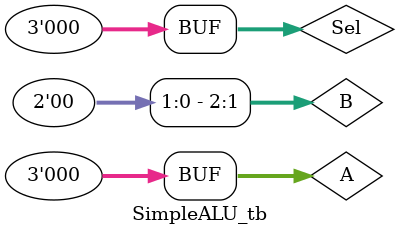
<source format=sv>
/*
Steven Tieu
TCES 380 Midterm Bonus.
Simple 3-bit ALU unit using hierarchical design.
Based on figure 7 in mideterm.

Overflow and underflow allowed to occur.
 */

module SimpleALU(Sel, A, B, Q);
	input [2:0] Sel, A, B; //Select and the inputs
	output [2:0] Q; //output;
	
	//Mux_3w_8_to_1( M, S, R, T, U, V, W, X, Y, Z);
	Mux_3w_8_to_1 unit(Q, Sel, 3'b000, A + B, A - B, A, A ^ B, A | B, A & B, A + 3'b001);
	
endmodule

module SimpleALU_tb;
	logic [2:0] Sel; //Select
	logic [2:0] A, B; //ALU inputs
	logic [2:0] Q; //ALU output
	SimpleALU DUT(.Sel(Sel), .A(A), .B(B), .Q(Q));
	initial begin
		A = 3'b101;
		B = 3'b010;

		for(int k = 0; k < 8; k++) begin
			Sel = k;
			#10;
		end

		for(int j = 0; j < 10; j++) begin
			{Sel, A, B} = $random;
			#10;
		end
	end
	initial
	$monitor( "Sel = %d \t A = %b \t B = %b \t Q = %b", Sel, A, B, Q);
endmodule
	
</source>
